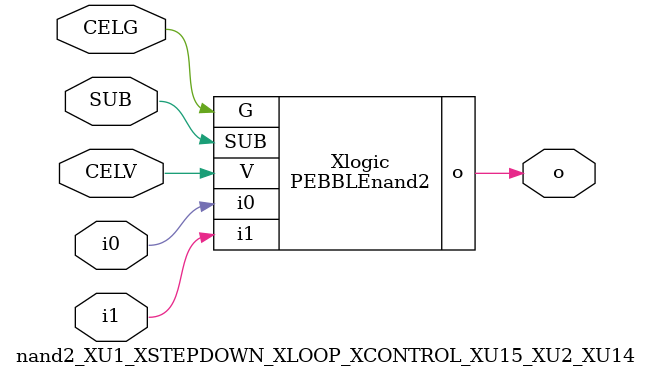
<source format=v>



module PEBBLEnand2 ( o, G, SUB, V, i0, i1 );

  input i0;
  input V;
  input i1;
  input G;
  output o;
  input SUB;
endmodule

//Celera Confidential Do Not Copy nand2_XU1_XSTEPDOWN_XLOOP_XCONTROL_XU15_XU2_XU14
//Celera Confidential Symbol Generator
//5V NAND2
module nand2_XU1_XSTEPDOWN_XLOOP_XCONTROL_XU15_XU2_XU14 (CELV,CELG,i0,i1,o,SUB);
input CELV;
input CELG;
input i0;
input i1;
input SUB;
output o;

//Celera Confidential Do Not Copy nand2
PEBBLEnand2 Xlogic(
.V (CELV),
.i0 (i0),
.i1 (i1),
.o (o),
.SUB (SUB),
.G (CELG)
);
//,diesize,PEBBLEnand2

//Celera Confidential Do Not Copy Module End
//Celera Schematic Generator
endmodule

</source>
